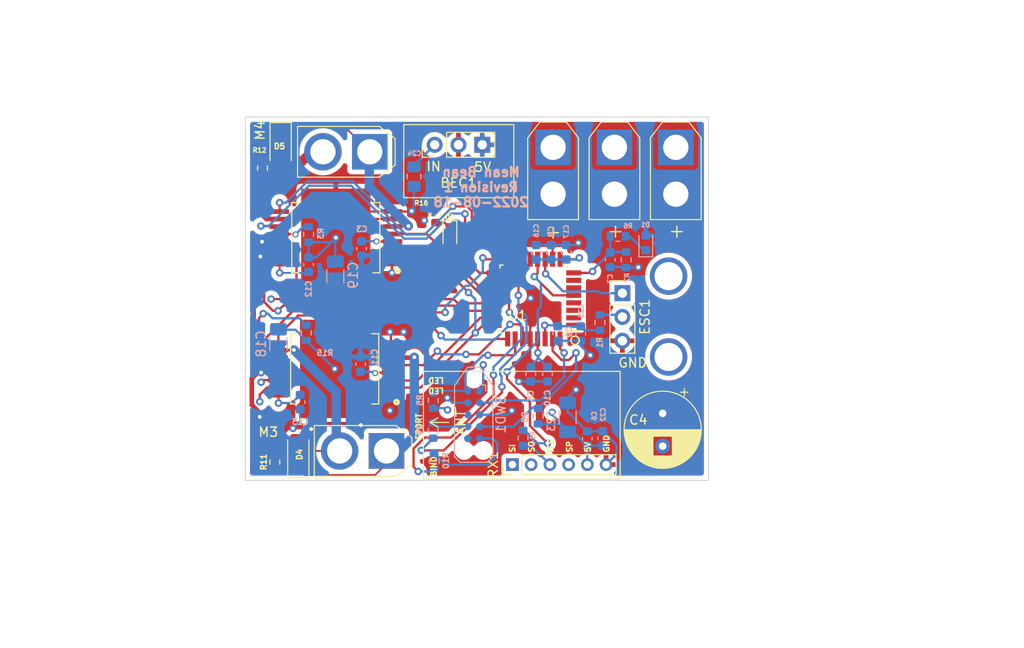
<source format=kicad_pcb>
(kicad_pcb (version 20211014) (generator pcbnew)
  (layers (0 "F.Cu" power) (1 "In1.Cu" signal) (2 "In2.Cu" signal) (31 "B.Cu" signal) (34 "B.Paste" user) (35 "F.Paste" user) (36 "B.SilkS" user "B.Silkscreen") (37 "F.SilkS" user "F.Silkscreen") (38 "B.Mask" user) (39 "F.Mask" user) (44 "Edge.Cuts" user))
  (net 0 "")
  (net 1 "5V")
  (net 2 "BATT")
  (net 3 "GND")
  (net 4 "FTDI_RXI")
  (net 5 "FTDI_TXO")
  (net 6 "EN4")
  (net 7 "SWDIO")
  (net 8 "RX_FPORT_RX_SERCOM0")
  (net 9 "EN3")
  (net 10 "DSHOT_SERCOM2")
  (net 11 "Net-(ESC1-Pad2)")
  (net 12 "OUT3_P")
  (net 13 "OUT3_N")
  (net 14 "OUT4_P")
  (net 15 "OUT4_N")
  (net 16 "DIR1")
  (net 17 "DIR2")
  (net 18 "DIR3")
  (net 19 "DIR4")
  (net 20 "EN1")
  (net 21 "EN2")
  (net 22 "V_BATT_SENSE")
  (net 23 "PWM1")
  (net 24 "PWM3")
  (net 25 "PWM4")
  (net 26 "CS4")
  (net 27 "MOSI")
  (net 28 "SCK")
  (net 30 "MISO")
  (net 31 "CS3")
  (net 32 "CS2")
  (net 33 "SWCLK")
  (net 34 "RESET")
  (net 35 "Net-(D1-Pad1)")
  (net 36 "Net-(D4-Pad2)")
  (net 37 "Net-(D5-Pad2)")
  (net 41 "FTDI_TXO_CONN")
  (net 42 "FTDI_RXI_CONN")
  (net 43 "Net-(R14-Pad2)")
  (net 44 "/Channel4/ChargePump")
  (net 45 "/Channel3/ChargePump")
  (net 46 "/Channel4/RefCurrent")
  (net 47 "/Channel3/RefCurrent")
  (net 48 "/VCORE")
  (net 49 "Net-(D2-Pad1)")
  (footprint "Connector_AMASS:AMASS_XT30U-F_1x02_P5.0mm_Vertical" (layer "F.Cu") (at 122.516 89.21 180)
    (fp_text reference "M3")
    (fp_text value "Screw_Terminal_01x02")
  )
  (footprint "PowerSO-16:IC_VND5T016ASPTR-E_wider_pads_scooted_0.05" (layer "F.Cu") (at 117.106 66.45 180)
    (fp_text reference "U5" hide)
    (fp_text value "L9958")
  )
  (footprint "Connector_PinHeader_2.54mm:PinHeader_1x03_P2.54mm_Vertical" (layer "F.Cu") (at 147.7 72.37)
    (fp_text reference "ESC1")
    (fp_text value "BEC")
  )
  (footprint "Resistor_SMD:R_0603_1608Metric" (layer "F.Cu") (at 110.6 90.4 -90)
    (fp_text reference "R11")
    (fp_text value "1.6k 1%")
  )
  (footprint "Resistor_SMD:R_0603_1608Metric" (layer "F.Cu") (at 109.276 59.01 -90)
    (fp_text reference "R12")
    (fp_text value "1.6k 1%")
  )
  (footprint "Connector_PinHeader_2.00mm:PinHeader_1x06_P2.00mm_Vertical" (layer "F.Cu") (at 135.96 90.67 90)
    (fp_text reference "RX1")
    (fp_text value "RX")
  )
  (footprint "LED_SMD:LED_0603_1608Metric_Pad1.05x0.95mm_HandSolder" (layer "F.Cu") (at 129.286 66.294 -90)
    (fp_text reference "D2")
    (fp_text value "LED")
  )
  (footprint "Connector_PinHeader_2.54mm:PinHeader_1x03_P2.54mm_Vertical" (layer "F.Cu") (at 127.66 56.525 90)
    (fp_text reference "BEC1")
    (fp_text value "BEC")
  )
  (footprint "Connector_AMASS:AMASS_XT30U-M_1x02_P5.0mm_Vertical" (layer "F.Cu") (at 146.85 56.8 -90)
    (fp_text reference "J1" hide)
    (fp_text value "Screw_Terminal_01x02")
  )
  (footprint "Resistor_SMD:R_0603_1608Metric" (layer "F.Cu") (at 127.762 64.008 -90)
    (fp_text reference "R16")
    (fp_text value "330")
  )
  (footprint "PowerSO-16:IC_VND5T016ASPTR-E_wider_pads_scooted_0.05" (layer "F.Cu") (at 116.986 80.45 180)
    (fp_text reference "U4" hide)
    (fp_text value "L9958")
  )
  (footprint "Package_QFP:TQFP-32_7x7mm_P0.8mm" (layer "F.Cu") (at 138.25 73 180)
    (fp_text reference "U1")
    (fp_text value "PIC32CM6408MC00032-I/PT" hide)
  )
  (footprint "Connector_AMASS:AMASS_XT30U-M_1x02_P5.0mm_Vertical" (layer "F.Cu") (at 140.3 56.8 -90)
    (fp_text reference "BATT1" hide)
    (fp_text value "Screw_Terminal_01x02" hide)
  )
  (footprint "LED_SMD:LED_1206_3216Metric_Pad1.42x1.75mm_HandSolder" (layer "F.Cu") (at 113.1 89.6125 90)
    (fp_text reference "D4")
    (fp_text value "LED_Dual_Bidirectional")
  )
  (footprint "Connector_AMASS:AMASS_XT30U-M_1x02_P5.0mm_Vertical" (layer "F.Cu") (at 153.4 56.8 -90)
    (fp_text reference "J2" hide)
    (fp_text value "Screw_Terminal_01x02")
  )
  (footprint "Connector_AMASS:AMASS_XT30U-F_1x02_P5.0mm_Vertical" (layer "F.Cu") (at 120.731 57.275 180)
    (fp_text reference "M4")
    (fp_text value "Screw_Terminal_01x02")
  )
  (footprint "LED_SMD:LED_1206_3216Metric_Pad1.42x1.75mm_HandSolder" (layer "F.Cu") (at 111.216 56.6125 -90)
    (fp_text reference "D5")
    (fp_text value "LED_Dual_Bidirectional")
  )
  (footprint "Capacitor_THT:CP_Radial_D8.0mm_P3.50mm" (layer "F.Cu") (at 152 85.2 -90)
    (fp_text reference "C4")
    (fp_text value "220uF")
  )
  (footprint "Resistor_SMD:R_0603_1608Metric" (layer "B.Cu") (at 127.5 87.025 90)
    (fp_text reference "R9")
    (fp_text value "10k")
  )
  (footprint "Resistor_SMD:R_0603_1608Metric" (layer "B.Cu") (at 147.225 66.3 180)
    (fp_text reference "R6")
    (fp_text value "10k 1%" hide)
  )
  (footprint "Resistor_SMD:R_0603_1608Metric" (layer "B.Cu") (at 138.7 85.5 90)
    (fp_text reference "R8")
    (fp_text value "1k 1%")
  )
  (footprint "Resistor_SMD:R_0603_1608Metric" (layer "B.Cu") (at 127.508 83.82 -90)
    (fp_text reference "R5")
    (fp_text value "10k 1%")
  )
  (footprint "Capacitor_SMD:C_0603_1608Metric" (layer "B.Cu") (at 146.4 68.8 -90)
    (fp_text reference "C7")
    (fp_text value "0.1uF")
  )
  (footprint "Resistor_SMD:R_0603_1608Metric" (layer "B.Cu") (at 145.3 75.5 -90)
    (fp_text reference "R1")
    (fp_text value "0")
  )
  (footprint "Capacitor_SMD:C_0603_1608Metric" (layer "B.Cu") (at 140.1 68 90)
    (fp_text reference "C8")
    (fp_text value "0.1uF")
  )
  (footprint "Capacitor_SMD:C_1206_3216Metric_Pad1.33x1.80mm_HandSolder" (layer "B.Cu") (at 141.85 85.625 -90)
    (fp_text reference "C23")
    (fp_text value "10uF")
  )
  (footprint "Capacitor_SMD:C_0805_2012Metric_Pad1.18x1.45mm_HandSolder" (layer "B.Cu") (at 125.45 59.925 -90)
    (fp_text reference "C24")
    (fp_text value "22uF")
  )
  (footprint "Capacitor_SMD:C_0603_1608Metric" (layer "B.Cu") (at 139.7 81.026 -90)
    (fp_text reference "C10")
    (fp_text value "1.0uF")
  )
  (footprint "Resistor_SMD:R_0603_1608Metric" (layer "B.Cu") (at 114.2 66.1 -90)
    (fp_text reference "R3")
    (fp_text value "10k 1%")
  )
  (footprint "Capacitor_SMD:C_0603_1608Metric" (layer "B.Cu") (at 143.256 76.695 -90)
    (fp_text reference "C25")
    (fp_text value "1uF")
  )
  (footprint "Capacitor_SMD:C_0603_1608Metric" (layer "B.Cu") (at 143.95 87.9 -90)
    (fp_text reference "C6")
    (fp_text value "0.1uF")
  )
  (footprint "Capacitor_SMD:C_0603_1608Metric" (layer "B.Cu") (at 140.8 76.675 -90)
    (fp_text reference "C9")
    (fp_text value "1uF")
  )
  (footprint "Capacitor_SMD:C_0603_1608Metric" (layer "B.Cu") (at 119.85 67.6 -90)
    (fp_text reference "C3")
    (fp_text value "0.1uF")
  )
  (footprint "Capacitor_SMD:C_1206_3216Metric_Pad1.33x1.80mm_HandSolder" (layer "B.Cu") (at 110.975 77.7875 -90)
    (fp_text reference "C18")
    (fp_text value "10uF")
  )
  (footprint "Capacitor_SMD:C_0603_1608Metric" (layer "B.Cu") (at 138.5 68 -90)
    (fp_text reference "C16")
    (fp_text value "1uF")
  )
  (footprint "Resistor_SMD:R_0603_1608Metric" (layer "B.Cu") (at 137.1 87.825 -90)
    (fp_text reference "R14")
    (fp_text value "?k 1%")
  )
  (footprint "Capacitor_SMD:C_0603_1608Metric" (layer "B.Cu") (at 141.7 68 -90)
    (fp_text reference "C17")
    (fp_text value "0.1uF")
  )
  (footprint "Capacitor_SMD:C_0603_1608Metric" (layer "B.Cu") (at 145.6 87.875 -90)
    (fp_text reference "C22")
    (fp_text value "1uF")
  )
  (footprint "Capacitor_SMD:C_0603_1608Metric" (layer "B.Cu") (at 137.922 81.026 -90)
    (fp_text reference "C5")
    (fp_text value "0.1uF")
  )
  (footprint "Capacitor_SMD:C_0603_1608Metric" (layer "B.Cu") (at 119.75 79.95 90)
    (fp_text reference "C11")
    (fp_text value "0.1uF")
  )
  (footprint "Capacitor_SMD:C_0603_1608Metric" (layer "B.Cu") (at 113.3 84 -90)
    (fp_text reference "C13")
    (fp_text value "0.1uF")
  )
  (footprint "Capacitor_SMD:C_1206_3216Metric_Pad1.33x1.80mm_HandSolder" (layer "B.Cu") (at 117.05 70.55 -90)
    (fp_text reference "C19")
    (fp_text value "10uF")
  )
  (footprint "Capacitor_SMD:C_0603_1608Metric" (layer "B.Cu") (at 114.2 69.325 90)
    (fp_text reference "C12")
    (fp_text value "0.1uF")
  )
  (footprint "Resistor_SMD:R_0603_1608Metric" (layer "B.Cu") (at 127.6 90.3 90)
    (fp_text reference "R10")
    (fp_text value "10k")
  )
  (footprint "Diode_SMD:D_0603_1608Metric" (layer "B.Cu") (at 150.2 67 90)
    (fp_text reference "D1")
    (fp_text value "D")
  )
  (footprint "Resistor_SMD:R_0603_1608Metric" (layer "B.Cu") (at 148.1 68.8 -90)
    (fp_text reference "R7")
    (fp_text value "10k 1%" hide)
  )
  (footprint "Connector:Tag-Connect_TC2050-IDC-NL_2x05_P1.27mm_Vertical" (layer "B.Cu") (at 131.826 85.344 -90)
    (fp_text reference "SWD1")
    (fp_text value "Connector:Tag-Connect_TC2050-IDC-NL_2x05_P1.27mm_Vertical")
  )
  (footprint "Resistor_SMD:R_0603_1608Metric" (layer "B.Cu") (at 113.95 76.6 -90)
    (fp_text reference "R15")
    (fp_text value "10k 1%")
  )
  (gr_circle (center 142.647213 77.4) (end 142.247213 77.6) (layer "F.SilkS") (width 0.15) (fill none))
  (gr_rect (start 107.442 53.575) (end 156.896 92.35) (layer "Edge.Cuts") (width 0.1) (fill none))
  (gr_text "Mean Bean\nRevision 1\n2022-08-18" (at 132.6 61.05) (layer "B.SilkS") (effects (font (size 1 1) (thickness 0.25)) (justify mirror)))
  (gr_text "5V" (at 132.775 58.9) (layer "F.SilkS") (effects (font (size 1 1))))
  (gr_text "IN" (at 127.55 58.85) (layer "F.SilkS") (effects (font (size 1 1))))
  (gr_text "GND" (at 148.8 79.8) (layer "F.SilkS") (effects (font (size 1 1))))
  (gr_text "FPORT" (at 125.984 86.614 90) (layer "F.SilkS") (effects (font (size 0.6 0.6))))
  (segment (start 139.45 77.25) (end 139.45 75.85) (width 0.25) (layer "F.Cu") (net 1))
  (segment (start 141.05 68.75) (end 142.95 68.75) (width 0.25) (layer "F.Cu") (net 1))
  (segment (start 142.95 68.75) (end 143.1 68.6) (width 0.25) (layer "F.Cu") (net 1))
  (segment (start 139.45 75.85) (end 139.4 75.8) (width 0.25) (layer "F.Cu") (net 1))
  (segment (start 111.106 69.25) (end 111.106 70.2) (width 0.2) (layer "F.Cu") (net 1))
  (segment (start 110.986 83.25) (end 110.986 84.1005) (width 0.25) (layer "F.Cu") (net 1))
  (via (at 132.842 80.01) (size 0.8) (drill 0.4) (layers "F.Cu" "B.Cu") (net 1))
  (via (at 129.032 84.836) (size 0.8) (drill 0.4) (layers "F.Cu" "B.Cu") (net 1))
  (via (at 143.1 68.6) (size 0.8) (drill 0.4) (layers "F.Cu" "B.Cu") (net 1))
  (via (at 140.208 85.09) (size 0.8) (drill 0.4) (layers "F.Cu" "B.Cu") (net 1))
  (via (at 111.106 70.2) (size 0.8) (drill 0.4) (layers "F.Cu" "B.Cu") (net 1))
  (via (at 139.4 75.8) (size 0.8) (drill 0.4) (layers "F.Cu" "B.Cu") (net 1))
  (via (at 110.986 84.1005) (size 0.8) (drill 0.4) (layers "F.Cu" "B.Cu") (net 1))
  (segment (start 132.461 82.804) (end 132.842 82.423) (width 0.25) (layer "B.Cu") (net 1))
  (segment (start 140.8 75.9) (end 143.236 75.9) (width 0.25) (layer "B.Cu") (net 1))
  (segment (start 128.841 84.645) (end 129.032 84.836) (width 0.25) (layer "B.Cu") (net 1))
  (segment (start 139.4 75.8) (end 140.7 75.8) (width 0.25) (layer "B.Cu") (net 1))
  (segment (start 110.986 84.1005) (end 112.4245 84.1005) (width 0.25) (layer "B.Cu") (net 1))
  (segment (start 112.4245 84.1005) (end 113.3 83.225) (width 0.25) (layer "B.Cu") (net 1))
  (segment (start 140.208 85.344) (end 140.208 85.09) (width 0.25) (layer "B.Cu") (net 1))
  (segment (start 142.925 68.775) (end 143.1 68.6) (width 0.25) (layer "B.Cu") (net 1))
  (segment (start 145.6 88.65) (end 143.975 88.65) (width 0.25) (layer "B.Cu") (net 1))
  (segment (start 142.4625 87.1875) (end 143.95 88.675) (width 0.25) (layer "B.Cu") (net 1))
  (segment (start 143.95 88.675) (end 143.95 90.66) (width 0.25) (layer "B.Cu") (net 1))
  (segment (start 141.85 86.986) (end 140.208 85.344) (width 0.25) (layer "B.Cu") (net 1))
  (segment (start 132.842 82.423) (end 132.842 80.01) (width 0.25) (layer "B.Cu") (net 1))
  (segment (start 138.7 86.325) (end 141.189 86.325) (width 0.25) (layer "B.Cu") (net 1))
  (segment (start 138.5 68.775) (end 141.7 68.775) (width 0.25) (layer "B.Cu") (net 1))
  (segment (start 141.7 68.775) (end 142.925 68.775) (width 0.25) (layer "B.Cu") (net 1))
  (segment (start 143.256 75.92) (end 143.661 76.325) (width 0.25) (layer "B.Cu") (net 1))
  (segment (start 143.661 76.325) (end 145.6 76.325) (width 0.25) (layer "B.Cu") (net 1))
  (segment (start 127.508 84.645) (end 128.841 84.645) (width 0.25) (layer "B.Cu") (net 1))
  (segment (start 141.189 86.325) (end 141.85 86.986) (width 0.25) (layer "B.Cu") (net 1))
  (segment (start 111.106 70.2) (end 114.1 70.2) (width 0.2) (layer "B.Cu") (net 1))
  (segment (start 125.45 58.735) (end 127.66 56.525) (width 0.25) (layer "B.Cu") (net 1))
  (segment (start 114.475 86.875) (end 115.055 86.875) (width 0.5) (layer "F.Cu") (net 2))
  (segment (start 108.525 69.031) (end 108.525 73.15) (width 0.5) (layer "F.Cu") (net 2))
  (segment (start 109.131 80.85) (end 108.755767 80.85) (width 0.5) (layer "F.Cu") (net 2))
  (segment (start 115.57 86.36) (end 119.685 86.36) (width 0.5) (layer "F.Cu") (net 2))
  (segment (start 109.231 66.875) (end 111.081 66.875) (width 0.5) (layer "F.Cu") (net 2))
  (segment (start 109.231 68.325) (end 108.525 69.031) (width 0.5) (layer "F.Cu") (net 2))
  (segment (start 108.755767 80.85) (end 108.136 81.469767) (width 0.5) (layer "F.Cu") (net 2))
  (segment (start 119.685 86.36) (end 119.775 86.45) (width 0.5) (layer "F.Cu") (net 2))
  (segment (start 108.525 73.15) (end 108.325 73.35) (width 0.5) (layer "F.Cu") (net 2))
  (segment (start 115.055 86.875) (end 115.57 86.36) (width 0.5) (layer "F.Cu") (net 2))
  (segment (start 109.231 66.875) (end 109.231 68.325) (width 0.5) (layer "F.Cu") (net 2))
  (segment (start 108.981 85.147082) (end 108.981 85.575) (width 0.5) (layer "F.Cu") (net 2))
  (segment (start 109.131 80.85) (end 108.781 80.85) (width 0.5) (layer "F.Cu") (net 2))
  (segment (start 108.325 80.044) (end 109.131 80.85) (width 0.5) (layer "F.Cu") (net 2))
  (segment (start 109.131 80.85) (end 110.926 80.85) (width 0.4) (layer "F.Cu") (net 2))
  (segment (start 108.325 73.35) (end 108.325 80.044) (width 0.5) (layer "F.Cu") (net 2))
  (segment (start 108.136 84.302082) (end 108.981 85.147082) (width 0.5) (layer "F.Cu") (net 2))
  (segment (start 108.136 81.469767) (end 108.136 84.302082) (width 0.5) (layer "F.Cu") (net 2))
  (via (at 114.475 86.875) (size 0.8) (drill 0.4) (layers "F.Cu" "B.Cu") (net 2))
  (via (at 109.05 68.45) (size 0.8) (drill 0.4) (layers "F.Cu" "B.Cu") (net 2))
  (via (at 108.981 85.575) (size 0.8) (drill 0.4) (layers "F.Cu" "B.Cu") (net 2))
  (via (at 109.131 80.85) (size 0.8) (drill 0.4) (layers "F.Cu" "B.Cu") (net 2))
  (via (at 119.775 86.45) (size 0.8) (drill 0.4) (layers "F.Cu" "B.Cu") (net 2))
  (via (at 109.231 66.875) (size 0.8) (drill 0.4) (layers "F.Cu" "B.Cu") (net 2))
  (segment (start 150.2 66.2125) (end 150.2 64.6) (width 0.25) (layer "B.Cu") (net 2))
  (segment (start 109.156 70.106) (end 111.1625 72.1125) (width 0.5) (layer "B.Cu") (net 2))
  (segment (start 108.981 86.431) (end 110.55 88) (width 0.5) (layer "B.Cu") (net 2))
  (segment (start 109.156 68.4) (end 109.156 70.106) (width 0.5) (layer "B.Cu") (net 2))
  (segment (start 111.1625 72.1125) (end 117.05 72.1125) (width 0.5) (layer "B.Cu") (net 2))
  (segment (start 108.981 85.575) (end 108.981 86.431) (width 0.5) (layer "B.Cu") (net 2))
  (segment (start 110.55 88) (end 113.35 88) (width 0.5) (layer "B.Cu") (net 2))
  (segment (start 150.2 64.6) (end 147.4 61.8) (width 0.25) (layer "B.Cu") (net 2))
  (segment (start 113.35 88) (end 114.475 86.875) (width 0.5) (layer "B.Cu") (net 2))
  (segment (start 109.131 80.85) (end 110.631 79.35) (width 0.25) (layer "B.Cu") (net 2))
  (segment (start 109.231 66.875) (end 109.775 66.875) (width 0.5) (layer "B.Cu") (net 2))
  (segment (start 125.206 63.6) (end 125.556 63.6) (width 0.25) (layer "F.Cu") (net 3))
  (segment (start 123.486 77.65) (end 123.486 78.45) (width 0.25) (layer "F.Cu") (net 3))
  (segment (start 137.85 77.25) (end 137.85 80.59) (width 0.25) (layer "F.Cu") (net 3))
  (segment (start 140.25 68.75) (end 140.25 67.05) (width 0.25) (layer "F.Cu") (net 3))
  (segment (start 119.906 69.25) (end 123.106 69.25) (width 0.25) (layer "F.Cu") (net 3))
  (segment (start 137.85 77.25) (end 137.85 72.95) (width 0.25) (layer "F.Cu") (net 3))
  (segment (start 125.556 63.6) (end 126.556 64.6) (width 0.25) (layer "F.Cu") (net 3))
  (segment (start 122.986 83.25) (end 122.986 84.8) (width 0.25) (layer "F.Cu") (net 3))
  (segment (start 123.486 77.65) (end 120.286 77.65) (width 0.25) (layer "F.Cu") (net 3))
  (segment (start 125.156 63.65) (end 125.206 63.6) (width 0.25) (layer "F.Cu") (net 3))
  (segment (start 123.106 69.25) (end 123.106 70.2) (width 0.25) (layer "F.Cu") (net 3))
  (segment (start 122.986 84.8) (end 122.886 84.9) (width 0.25) (layer "F.Cu") (net 3))
  (segment (start 122.886 76.5) (end 124.256 76.5) (width 0.25) (layer "F.Cu") (net 3))
  (segment (start 123.486 83.25) (end 120.286 83.25) (width 0.25) (layer "F.Cu") (net 3))
  (segment (start 137.85 72.95) (end 137.9 72.9) (width 0.25) (layer "F.Cu") (net 3))
  (segment (start 112.531 84.905) (end 116.986 80.45) (width 0.25) (layer "F.Cu") (net 3))
  (segment (start 122.986 76.6) (end 122.886 76.5) (width 0.25) (layer "F.Cu") (net 3))
  (segment (start 123.036 78.45) (end 118.986 78.45) (width 0.25) (layer "F.Cu") (net 3))
  (segment (start 137.85 80.59) (end 136.652 81.788) (width 0.25) (layer "F.Cu") (net 3))
  (segment (start 123.106 63.65) (end 125.156 63.65) (width 0.25) (layer "F.Cu") (net 3))
  (segment (start 112.531 86.8) (end 112.531 84.905) (width 0.25) (layer "F.Cu") (net 3))
  (segment (start 120.936 76.5) (end 116.986 80.45) (width 0.25) (layer "F.Cu") (net 3))
  (segment (start 122.886 76.5) (end 120.936 76.5) (width 0.25) (layer "F.Cu") (net 3))
  (segment (start 122.986 77.65) (end 122.986 76.6) (width 0.25) (layer "F.Cu") (net 3))
  (segment (start 123.106 63.65) (end 123.106 64.45) (width 0.25) (layer "F.Cu") (net 3))
  (segment (start 123.106 64.45) (end 119.106 64.45) (width 0.25) (layer "F.Cu") (net 3))
  (segment (start 123.156 63.65) (end 119.906 63.65) (width 0.25) (layer "F.Cu") (net 3))
  (via (at 137.9 72.9) (size 0.8) (drill 0.4) (layers "F.Cu" "B.Cu") (net 3))
  (via (at 129 83.5285) (size 0.8) (drill 0.4) (layers "F.Cu" "B.Cu") (net 3))
  (via (at 136.652 81.788) (size 0.8) (drill 0.4) (layers "F.Cu" "B.Cu") (net 3))
  (via (at 142.75 82.675) (size 0.8) (drill 0.4) (layers "F.Cu" "B.Cu") (net 3))
  (via (at 124.35 76.5) (size 0.8) (drill 0.4) (layers "F.Cu" "B.Cu") (net 3))
  (via (at 144.272 78.994) (size 0.8) (drill 0.4) (layers "F.Cu" "B.Cu") (net 3))
  (via (at 116.986 80.45) (size 0.8) (drill 0.4) (layers "F.Cu" "B.Cu") (net 3))
  (via (at 117.106 66.45) (size 0.8) (drill 0.4) (layers "F.Cu" "B.Cu") (net 3))
  (via (at 143 67) (size 0.8) (drill 0.4) (layers "F.Cu" "B.Cu") (net 3))
  (via (at 123.106 70.2) (size 0.8) (drill 0.4) (layers "F.Cu" "B.Cu") (net 3))
  (via (at 122.886 84.9) (size 0.8) (drill 0.4) (layers "F.Cu" "B.Cu") (net 3))
  (via (at 112.531 86.8) (size 0.8) (drill 0.4) (layers "F.Cu" "B.Cu") (net 3))
  (via (at 126.556 64.6) (size 0.8) (drill 0.4) (layers "F.Cu" "B.Cu") (net 3))
  (via (at 135.9 84.9) (size 0.8) (drill 0.4) (layers "F.Cu" "B.Cu") (net 3))
  (via (at 122.886 76.5) (size 0.8) (drill 0.4) (layers "F.Cu" "B.Cu") (net 3))
  (via (at 149.4 69.6) (size 0.8) (drill 0.4) (layers "F.Cu" "B.Cu") (net 3))
  (via (at 125.206 63.6) (size 0.8) (drill 0.4) (layers "F.Cu" "B.Cu") (net 3))
  (segment (start 141.7 67.225) (end 142.775 67.225) (width 0.25) (layer "B.Cu") (net 3))
  (segment (start 115.006 68.55) (end 117.106 66.45) (width 0.25) (layer "B.Cu") (net 3))
  (segment (start 140.8 77.45) (end 142.728 77.45) (width 0.25) (layer "B.Cu") (net 3))
  (segment (start 147.066 88.566) (end 147.066 89.564) (width 0.25) (layer "B.Cu") (net 3))
  (segment (start 114.2 68.55) (end 115.006 68.55) (width 0.25) (layer "B.Cu") (net 3))
  (segment (start 141.7 67.225) (end 138.5 67.225) (width 0.25) (layer "B.Cu") (net 3))
  (segment (start 141.85 84.0625) (end 141.85 85.025) (width 0.25) (layer "B.Cu") (net 3))
  (segment (start 141.85 85.025) (end 143.95 87.125) (width 0.25) (layer "B.Cu") (net 3))
  (segment (start 143.95 87.125) (end 145.575 87.125) (width 0.25) (layer "B.Cu") (net 3))
  (segment (start 142.775 67.225) (end 143 67) (width 0.25) (layer "B.Cu") (net 3))
  (segment (start 147.066 89.564) (end 145.96 90.67) (width 0.25) (layer "B.Cu") (net 3))
  (segment (start 125.45 60.9625) (end 125.45 63.356) (width 0.25) (layer "B.Cu") (net 3))
  (segment (start 146.4 69.575) (end 148.05 69.575) (width 0.25) (layer "B.Cu") (net 3))
  (segment (start 143.256 77.47) (end 143.256 77.978) (width 0.25) (layer "B.Cu") (net 3))
  (segment (start 132.461 85.344) (end 135.456 85.344) (width 0.25) (layer "B.Cu") (net 3))
  (segment (start 143.256 77.978) (end 144.272 78.994) (width 0.25) (layer "B.Cu") (net 3))
  (segment (start 140.8 77.45) (end 143.236 77.45) (width 0.25) (layer "B.Cu") (net 3))
  (segment (start 135.456 85.344) (end 135.9 84.9) (width 0.25) (layer "B.Cu") (net 3))
  (segment (start 145.6 87.1) (end 147.066 88.566) (width 0.25) (layer "B.Cu") (net 3))
  (segment (start 114.2 68.55) (end 114.2 66.925) (width 0.25) (layer "B.Cu") (net 3))
  (segment (start 149.375 69.625) (end 149.4 69.6) (width 0.25) (layer "B.Cu") (net 3))
  (segment (start 117.05 66.506) (end 117.106 66.45) (width 0.25) (layer "B.Cu") (net 3))
  (segment (start 113.961 77.425) (end 116.986 80.45) (width 0.25) (layer "B.Cu") (net 3))
  (segment (start 112.8 76.275) (end 113.95 77.425) (width 0.25) (layer "B.Cu") (net 3))
  (segment (start 137.922 81.801) (end 139.7 81.801) (width 0.25) (layer "B.Cu") (net 3))
  (segment (start 114.2 66.925) (end 116.631 66.925) (width 0.25) (layer "B.Cu") (net 3))
  (segment (start 113.3 86.031) (end 112.531 86.8) (width 0.25) (layer "B.Cu") (net 3))
  (segment (start 148.1 69.625) (end 149.375 69.625) (width 0.25) (layer "B.Cu") (net 3))
  (segment (start 111.025 76.275) (end 112.8 76.275) (width 0.25) (layer "B.Cu") (net 3))
  (segment (start 141.85 83.575) (end 142.75 82.675) (width 0.25) (layer "B.Cu") (net 3))
  (segment (start 129.5455 84.074) (end 129 83.5285) (width 0.25) (layer "B.Cu") (net 3))
  (segment (start 116.631 66.925) (end 117.106 66.45) (width 0.25) (layer "B.Cu") (net 3))
  (segment (start 125.45 63.356) (end 125.206 63.6) (width 0.25) (layer "B.Cu") (net 3))
  (segment (start 131.191 84.074) (end 129.5455 84.074) (width 0.25) (layer "B.Cu") (net 3))
  (segment (start 136.652 81.788) (end 137.909 81.788) (width 0.25) (layer "B.Cu") (net 3))
  (segment (start 117.05 68.9875) (end 117.05 66.506) (width 0.25) (layer "B.Cu") (net 3))
  (segment (start 113.3 84.775) (end 113.3 86.031) (width 0.25) (layer "B.Cu") (net 3))
  (segment (start 126.238 89.154) (end 128.646 89.154) (width 0.25) (layer "F.Cu") (net 4))
  (segment (start 136.6 71.576) (end 135.224 70.2) (width 0.25) (layer "F.Cu") (net 4))
  (segment (start 128.646 89.154) (end 134.8365 82.9635) (width 0.25) (layer "F.Cu") (net 4))
  (segment (start 135.224 70.2) (end 134 70.2) (width 0.25) (layer "F.Cu") (net 4))
  (segment (start 132.43 70.2) (end 134 70.2) (width 0.25) (layer "F.Cu") (net 4))
  (segment (start 134.8365 82.9635) (end 134.8365 82.357) (width 0.25) (layer "F.Cu") (net 4))
  (segment (start 129.399 67.169) (end 132.43 70.2) (width 0.25) (layer "F.Cu") (net 4))
  (segment (start 136.6 72.6) (end 136.6 71.576) (width 0.25) (layer "F.Cu") (net 4))
  (via (at 134.8365 82.357) (size 0.8) (drill 0.4) (layers "F.Cu" "B.Cu") (net 4))
  (via (at 126.238 89.154) (size 0.8) (drill 0.4) (layers "F.Cu" "B.Cu") (net 4))
  (via (at 136.6 72.6) (size 0.8) (drill 0.4) (layers "F.Cu" "B.Cu") (net 4))
  (segment (start 126.238 89.112) (end 127.5 87.85) (width 0.25) (layer "B.Cu") (net 4))
  (segment (start 134.8365 82.357) (end 134.8 82.3205) (width 0.25) (layer "B.Cu") (net 4))
  (segment (start 134.657 81.072305) (end 134.657 80.471695) (width 0.25) (layer "B.Cu") (net 4))
  (segment (start 137.464347 77.664347) (end 137.464347 74.835653) (width 0.25) (layer "B.Cu") (net 4))
  (segment (start 134.657 80.471695) (end 137.464347 77.664347) (width 0.25) (layer "B.Cu") (net 4))
  (segment (start 136.6 72.6) (end 136.6 73.971306) (width 0.25) (layer "B.Cu") (net 4))
  (segment (start 136.6 73.971306) (end 137.464347 74.835653) (width 0.25) (layer "B.Cu") (net 4))
  (segment (start 134.8 81.215305) (end 134.657 81.072305) (width 0.25) (layer "B.Cu") (net 4))
  (segment (start 126.238 89.154) (end 126.238 89.112) (width 0.25) (layer "B.Cu") (net 4))
  (segment (start 134.8 82.3205) (end 134.8 81.215305) (width 0.25) (layer "B.Cu") (net 4))
  (segment (start 125.4 88.966695) (end 126.584893 87.781802) (width 0.25) (layer "F.Cu") (net 5))
  (segment (start 126.584893 87.781802) (end 129.381802 87.781802) (width 0.25) (layer "F.Cu") (net 5))
  (segment (start 135.6 74.386) (end 135.636 74.422) (width 0.25) (layer "F.Cu") (net 5))
  (segment (start 135.215305 71) (end 135.6 71.384695) (width 0.25) (layer "F.Cu") (net 5))
  (segment (start 133.9325 83.231104) (end 133.9325 81.112) (width 0.25) (layer "F.Cu") (net 5))
  (segment (start 134 71) (end 135.215305 71) (width 0.25) (layer "F.Cu") (net 5))
  (segment (start 125.4 90.9) (end 125.4 88.966695) (width 0.25) (layer "F.Cu") (net 5))
  (segment (start 125.9 91.4) (end 125.4 90.9) (width 0.25) (layer "F.Cu") (net 5))
  (segment (start 129.381802 87.781802) (end 133.9325 83.231104) (width 0.25) (layer "F.Cu") (net 5))
  (segment (start 135.6 71.384695) (end 135.6 74.386) (width 0.25) (layer "F.Cu") (net 5))
  (via (at 133.9325 81.112) (size 0.8) (drill 0.4) (layers "F.Cu" "B.Cu") (net 5))
  (via (at 135.636 74.422) (size 0.8) (drill 0.4) (layers "F.Cu" "B.Cu") (net 5))
  (via (at 125.9 91.4) (size 0.8) (drill 0.4) (layers "F.Cu" "B.Cu") (net 5))
  (segment (start 127.325 91.4) (end 127.6 91.125) (width 0.25) (layer "B.Cu") (net 5))
  (segment (start 136.9 75.686) (end 135.636 74.422) (width 0.25) (layer "B.Cu") (net 5))
  (segment (start 136.9 77.3) (end 136.9 75.686) (width 0.25) (layer "B.Cu") (net 5))
  (segment (start 133.9325 80.2675) (end 136.9 77.3) (width 0.25) (layer "B.Cu") (net 5))
  (segment (start 125.9 91.4) (end 127.325 91.4) (width 0.25) (layer "B.Cu") (net 5))
  (segment (start 133.9325 81.112) (end 133.9325 80.2675) (width 0.25) (layer "B.Cu") (net 5))
  (segment (start 133.55 66.65) (end 135.711396 66.65) (width 0.25) (layer "F.Cu") (net 6))
  (segment (start 131.125305 63.1) (end 131.625 63.599695) (width 0.25) (layer "F.Cu") (net 6))
  (segment (start 129.6 63.1) (end 131.125305 63.1) (width 0.25) (layer "F.Cu") (net 6))
  (segment (start 111.106 62.7) (end 111.106 63.65) (width 0.25) (layer "F.Cu") (net 6))
  (segment (start 131.625 64.725) (end 133.55 66.65) (width 0.25) (layer "F.Cu") (net 6))
  (segment (start 135.711396 66.65) (end 137.05 67.988604) (width 0.25) (layer "F.Cu") (net 6))
  (segment (start 131.625 63.599695) (end 131.625 64.725) (width 0.25) (layer "F.Cu") (net 6))
  (segment (start 137.05 67.988604) (end 137.05 68.75) (width 0.25) (layer "F.Cu") (net 6))
  (via (at 129.6 63.1) (size 0.8) (drill 0.4) (layers "F.Cu" "B.Cu") (net 6))
  (via (at 111.106 62.7) (size 0.8) (drill 0.4) (layers "F.Cu" "B.Cu") (net 6))
  (segment (start 118.9 60.410726) (end 124.589274 66.1) (width 0.25) (layer "B.Cu") (net 6))
  (segment (start 111.8 62.7) (end 114.1 60.4) (width 0.25) (layer "B.Cu") (net 6))
  (segment (start 124.589274 66.1) (end 126.6 66.1) (width 0.25) (layer "B.Cu") (net 6))
  (segment (start 111.106 62.7) (end 111.8 62.7) (width 0.25) (layer "B.Cu") (net 6))
  (segment (start 118.9 60.4) (end 118.9 60.410726) (width 0.25) (layer "B.Cu") (net 6))
  (segment (start 126.6 66.1) (end 129.6 63.1) (width 0.25) (layer "B.Cu") (net 6))
  (segment (start 114.1 60.4) (end 118.9 60.4) (width 0.25) (layer "B.Cu") (net 6))
  (segment (start 141.05 77.25) (end 141.05 78.312) (width 0.25) (layer "F.Cu") (net 7))
  (segment (start 141.05 78.312) (end 141.478 78.74) (width 0.25) (layer "F.Cu") (net 7))
  (via (at 141.478 78.74) (size 0.8) (drill 0.4) (layers "F.Cu" "B.Cu") (net 7))
  (segment (start 141.478 78.74) (end 141.478 81.275817) (width 0.25) (layer "B.Cu") (net 7))
  (segment (start 141.478 81.275817) (end 138.933817 83.82) (width 0.25) (layer "B.Cu") (net 7))
  (segment (start 133.604 84.074) (end 132.461 84.074) (width 0.25) (layer "B.Cu") (net 7))
  (segment (start 138.933817 83.82) (end 133.858 83.82) (width 0.25) (layer "B.Cu") (net 7))
  (segment (start 133.858 83.82) (end 133.604 84.074) (width 0.25) (layer "B.Cu") (net 7))
  (segment (start 138.65 70.25) (end 138.3 70.6) (width 0.25) (layer "F.Cu") (net 8))
  (segment (start 137.8265 86.5185) (end 139.7 88.392) (width 0.25) (layer "F.Cu") (net 8))
  (segment (start 135.382 80.772) (end 135.382 81.543305) (width 0.25) (layer "F.Cu") (net 8))
  (segment (start 142.5 72.6) (end 140.3 72.6) (width 0.25) (layer "F.Cu") (net 8))
  (segment (start 135.382 81.543305) (end 137.8265 83.987805) (width 0.25) (layer "F.Cu") (net 8))
  (segment (start 140.3 72.6) (end 138.3 70.6) (width 0.25) (layer "F.Cu") (net 8))
  (segment (start 138.65 68.75) (end 138.65 70.25) (width 0.25) (layer "F.Cu") (net 8))
  (segment (start 137.8265 83.987805) (end 137.8265 86.5185) (width 0.25) (layer "F.Cu") (net 8))
  (via (at 138.3 70.6) (size 0.8) (drill 0.4) (layers "F.Cu" "B.Cu") (net 8))
  (via (at 139.7 88.392) (size 0.8) (drill 0.4) (layers "F.Cu" "B.Cu") (net 8))
  (via (at 135.382 80.772) (size 0.8) (drill 0.4) (layers "F.Cu" "B.Cu") (net 8))
  (segment (start 138.492 88.392) (end 139.7 88.392) (width 0.25) (layer "B.Cu") (net 8))
  (segment (start 139 73.8) (end 139 71.3) (width 0.25) (layer "B.Cu") (net 8))
  (segment (start 138.7 77.454) (end 138.7 76.125305) (width 0.25) (layer "B.Cu") (net 8))
  (segment (start 137.1 87) (end 138.492 88.392) (width 0.25) (layer "B.Cu") (net 8))
  (segment (start 138.7 76.125305) (end 138.675 76.100305) (width 0.25) (layer "B.Cu") (net 8))
  (segment (start 135.382 80.772) (end 138.7 77.454) (width 0.25) (layer "B.Cu") (net 8))
  (segment (start 139 71.3) (end 138.3 70.6) (width 0.25) (layer "B.Cu") (net 8))
  (segment (start 138.675 74.125) (end 139 73.8) (width 0.25) (layer "B.Cu") (net 8))
  (segment (start 138.675 76.100305) (end 138.675 74.125) (width 0.25) (layer "B.Cu") (net 8))
  (segment (start 136.7 75.7) (end 137.05 76.05) (width 0.25) (layer "F.Cu") (net 9))
  (segment (start 126.18 74.75) (end 128.33 76.9) (width 0.25) (layer "F.Cu") (net 9))
  (segment (start 137.05 76.05) (end 137.05 77.25) (width 0.25) (layer "F.Cu") (net 9))
  (segment (start 113.086 74.75) (end 126.18 74.75) (width 0.25) (layer "F.Cu") (net 9))
  (segment (start 110.975 76.861) (end 113.086 74.75) (width 0.25) (layer "F.Cu") (net 9))
  (segment (start 110.975 77.639) (end 110.975 76.861) (width 0.25) (layer "F.Cu") (net 9))
  (segment (start 135.7 75.7) (end 136.7 75.7) (width 0.25) (layer "F.Cu") (net 9))
  (via (at 128.33 76.9) (size 0.8) (drill 0.4) (layers "F.Cu" "B.Cu") (net 9))
  (via (at 135.7 75.7) (size 0.8) (drill 0.4) (layers "F.Cu" "B.Cu") (net 9))
  (segment (start 134.075 77.325) (end 135.7 75.7) (width 0.25) (layer "B.Cu") (net 9))
  (segment (start 128.33 76.9) (end 128.755 77.325) (width 0.25) (layer "B.Cu") (net 9))
  (segment (start 128.755 77.325) (end 134.075 77.325) (width 0.25) (layer "B.Cu") (net 9))
  (segment (start 139.45 68.75) (end 139.45 70.25) (width 0.25) (layer "F.Cu") (net 10))
  (segment (start 139.45 70.25) (end 139.5 70.3) (width 0.25) (layer "F.Cu") (net 10))
  (via (at 139.5 70.3) (size 0.8) (drill 0.4) (layers "F.Cu" "B.Cu") (net 10))
  (segment (start 139.5 70.3) (end 141.375 72.175) (width 0.25) (layer "B.Cu") (net 10))
  (segment (start 147.7 72.37) (end 145.32 72.37) (width 0.25) (layer "B.Cu") (net 10))
  (segment (start 141.375 72.175) (end 145.125 72.175) (width 0.25) (layer "B.Cu") (net 10))
  (segment (start 145.32 72.37) (end 145.125 72.175) (width 0.25) (layer "B.Cu") (net 10))
  (segment (start 145.3 74.675) (end 147.465 74.675) (width 0.25) (layer "B.Cu") (net 11))
  (segment (start 113.785 91.785) (end 121.296 91.785) (width 0.2) (layer "F.Cu") (net 12))
  (segment (start 113.1 91.1) (end 113.785 91.785) (width 0.2) (layer "F.Cu") (net 12))
  (segment (start 121.296 91.785) (end 122.531 90.55) (width 0.2) (layer "F.Cu") (net 12))
  (segment (start 125.436 79.25) (end 125.486 79.2) (width 0.2) (layer "F.Cu") (net 12))
  (segment (start 123.486 79.25) (end 125.436 79.25) (width 0.5) (layer "F.Cu") (net 12))
  (via (at 125.486 79.2) (size 0.8) (drill 0.4) (layers "F.Cu" "B.Cu") (net 12))
  (segment (start 125.486 87.595) (end 125.486 79.2) (width 1) (layer "B.Cu") (net 12))
  (segment (start 122.531 90.55) (end 125.486 87.595) (width 1) (layer "B.Cu") (net 12))
  (segment (start 112.49 89.21) (end 117.516 89.21) (width 0.2) (layer "F.Cu") (net 13))
  (segment (start 112.606 78.45) (end 112.631 78.425) (width 0.25) (layer "F.Cu") (net 13))
  (segment (start 110.986 78.45) (end 112.606 78.45) (width 0.25) (layer "F.Cu") (net 13))
  (segment (start 110.986 78.45) (end 112.186 78.45) (width 0.25) (layer "F.Cu") (net 13))
  (segment (start 110.6 91.1) (end 112.49 89.21) (width 0.2) (layer "F.Cu") (net 13))
  (via (at 112.631 78.425) (size 0.8) (drill 0.4) (layers "F.Cu" "B.Cu") (net 13))
  (segment (start 112.631 78.425) (end 117.156 82.95) (width 1) (layer "B.Cu") (net 13))
  (segment (start 117.156 82.95) (end 117.156 90.175) (width 1) (layer "B.Cu") (net 13))
  (segment (start 111.971 54.37) (end 117.826 54.37) (width 0.2) (layer "F.Cu") (net 14))
  (segment (start 124.806 65.25) (end 124.856 65.2) (width 0.2) (layer "F.Cu") (net 14))
  (segment (start 117.826 54.37) (end 120.731 57.275) (width 0.2) (layer "F.Cu") (net 14))
  (segment (start 123.106 65.25) (end 124.806 65.25) (width 0.2) (layer "F.Cu") (net 14))
  (segment (start 111.216 55.125) (end 111.971 54.37) (width 0.2) (layer "F.Cu") (net 14))
  (via (at 124.856 65.2) (size 0.8) (drill 0.4) (layers "F.Cu" "B.Cu") (net 14))
  (segment (start 124.856 65.2) (end 120.681 61.025) (width 1) (layer "B.Cu") (net 14))
  (segment (start 120.681 61.025) (end 120.681 57.75) (width 1) (layer "B.Cu") (net 14))
  (segment (start 109.356 64.1) (end 109.356 62.43) (width 0.5) (layer "F.Cu") (net 15))
  (segment (start 109.276 59.835) (end 110.236 60.795) (width 0.2) (layer "F.Cu") (net 15))
  (segment (start 109.356 62.43) (end 110.991 60.795) (width 1) (layer "F.Cu") (net 15))
  (segment (start 109.706 64.45) (end 109.356 64.1) (width 0.5) (layer "F.Cu") (net 15))
  (segment (start 110.991 60.795) (end 111.426 60.36) (width 1) (layer "F.Cu") (net 15))
  (segment (start 111.426 60.36) (end 114.036 57.75) (width 1) (layer "F.Cu") (net 15))
  (segment (start 111.106 64.45) (end 109.706 64.45) (width 0.5) (layer "F.Cu") (net 15))
  (segment (start 110.236 60.795) (end 110.991 60.795) (width 0.2) (layer "F.Cu") (net 15))
  (segment (start 114.036 57.75) (end 115.681 57.75) (width 0.5) (layer "F.Cu") (net 15))
  (segment (start 132.4 78.9) (end 131 78.9) (width 0.25) (layer "F.Cu") (net 18))
  (segment (start 135.45 77.25) (end 134.05 77.25) (width 0.25) (layer "F.Cu") (net 18))
  (segment (start 132.4 78.9) (end 134.05 77.25) (width 0.25) (layer "F.Cu") (net 18))
  (segment (start 123.036 80.05) (end 126.45 80.05) (width 0.25) (layer "F.Cu") (net 18))
  (segment (start 126.45 80.05) (end 127.95 78.55) (width 0.25) (layer "F.Cu") (net 18))
  (via (at 131 78.9) (size 0.8) (drill 0.4) (layers "F.Cu" "B.Cu") (net 18))
  (via (at 127.95 78.55) (size 0.8) (drill 0.4) (layers "F.Cu" "B.Cu") (net 18))
  (segment (start 131 78.9) (end 128.3 78.9) (width 0.25) (layer "B.Cu") (net 18))
  (segment (start 128.3 78.9) (end 127.95 78.55) (width 0.25) (layer "B.Cu") (net 18))
  (segment (start 126.806 66.05) (end 132.556 71.8) (width 0.25) (layer "F.Cu") (net 19))
  (segment (start 134 71.8) (end 132.556 71.8) (width 0.25) (layer "F.Cu") (net 19))
  (segment (start 126.806 66.05) (end 123.106 66.05) (width 0.25) (layer "F.Cu") (net 19))
  (segment (start 142.5 70.2) (end 144.37 70.2) (width 0.25) (layer "F.Cu") (net 22))
  (segment (start 144.37 70.2) (end 144.52 70.05) (width 0.25) (layer "F.Cu") (net 22))
  (via (at 144.52 70.05) (size 0.8) (drill 0.4) (layers "F.Cu" "B.Cu") (net 22))
  (segment (start 148.1 67.975) (end 146.45 67.975) (width 0.25) (layer "B.Cu") (net 22))
  (segment (start 146.4 66.3) (end 146.4 68.025) (width 0.25) (layer "B.Cu") (net 22))
  (segment (start 144.52 69.905) (end 146.4 68.025) (width 0.25) (layer "B.Cu") (net 22))
  (segment (start 144.52 70.05) (end 144.52 69.905) (width 0.25) (layer "B.Cu") (net 22))
  (segment (start 109.591 79.26) (end 109.35 79.019) (width 0.25) (layer "F.Cu") (net 24))
  (segment (start 126.7 74.3) (end 126.825 74.425) (width 0.25) (layer "F.Cu") (net 24))
  (segment (start 128.775 74.425) (end 128.778 74.422) (width 0.25) (layer "F.Cu") (net 24))
  (segment (start 109.581 79.25) (end 109.35 79.019) (width 0.25) (layer "F.Cu") (net 24))
  (segment (start 135.45 68.75) (end 132.95 68.75) (width 0.25) (layer "F.Cu") (net 24))
  (segment (start 110.936 79.26) (end 109.591 79.26) (width 0.25) (layer "F.Cu") (net 24))
  (segment (start 110.986 79.25) (end 109.581 79.25) (width 0.25) (layer "F.Cu") (net 24))
  (segment (start 126.825 74.425) (end 128.775 74.425) (width 0.25) (layer "F.Cu") (net 24))
  (segment (start 109.35 77.45) (end 112.5 74.3) (width 0.25) (layer "F.Cu") (net 24))
  (segment (start 109.35 79.019) (end 109.35 77.45) (width 0.25) (layer "F.Cu") (net 24))
  (segment (start 132.95 68.75) (end 132.8 68.6) (width 0.25) (layer "F.Cu") (net 24))
  (segment (start 112.5 74.3) (end 126.7 74.3) (width 0.25) (layer "F.Cu") (net 24))
  (via (at 128.778 74.422) (size 0.8) (drill 0.4) (layers "F.Cu" "B.Cu") (net 24))
  (via (at 132.8 68.6) (size 0.8) (drill 0.4) (layers "F.Cu" "B.Cu") (net 24))
  (segment (start 130.1 72.5) (end 128.778 73.822) (width 0.25) (layer "B.Cu") (net 24))
  (segment (start 131.325 71.575) (end 130.974695 71.575) (width 0.25) (layer "B.Cu") (net 24))
  (segment (start 132.8 70.1) (end 131.325 71.575) (width 0.25) (layer "B.Cu") (net 24))
  (segment (start 130.1 72.449695) (end 130.1 72.5) (width 0.25) (layer "B.Cu") (net 24))
  (segment (start 132.8 68.6) (end 132.8 70.1) (width 0.25) (layer "B.Cu") (net 24))
  (segment (start 128.778 73.822) (end 128.778 74.422) (width 0.25) (layer "B.Cu") (net 24))
  (segment (start 130.974695 71.575) (end 130.1 72.449695) (width 0.25) (layer "B.Cu") (net 24))
  (segment (start 132.8 67.1) (end 130.9 65.2) (width 0.25) (layer "F.Cu") (net 25))
  (segment (start 135.525 67.1) (end 132.8 67.1) (width 0.25) (layer "F.Cu") (net 25))
  (segment (start 136.25 67.825) (end 135.525 67.1) (width 0.25) (layer "F.Cu") (net 25))
  (segment (start 109.106 65.2) (end 111.056 65.2) (width 0.25) (layer "F.Cu") (net 25))
  (segment (start 136.25 68.75) (end 136.25 67.825) (width 0.25) (layer "F.Cu") (net 25))
  (segment (start 130.9 65.2) (end 130.9 63.9) (width 0.25) (layer "F.Cu") (net 25))
  (via (at 109.106 65.2) (size 0.8) (drill 0.4) (layers "F.Cu" "B.Cu") (net 25))
  (via (at 130.9 63.9) (size 0.8) (drill 0.4) (layers "F.Cu" "B.Cu") (net 25))
  (segment (start 130.868198 63.868198) (end 130.9 63.9) (width 0.25) (layer "B.Cu") (net 25))
  (segment (start 126.786396 66.55) (end 129.468198 63.868198) (width 0.25) (layer "B.Cu") (net 25))
  (segment (start 109.106 65.2) (end 109.936396 65.2) (width 0.25) (layer "B.Cu") (net 25))
  (segment (start 109.936396 65.2) (end 114.236396 60.9) (width 0.25) (layer "B.Cu") (net 25))
  (segment (start 114.236396 60.9) (end 118.752878 60.9) (width 0.25) (layer "B.Cu") (net 25))
  (segment (start 118.752878 60.9) (end 118.776439 60.923561) (width 0.25) (layer "B.Cu") (net 25))
  (segment (start 124.402878 66.55) (end 126.786396 66.55) (width 0.25) (layer "B.Cu") (net 25))
  (segment (start 118.776439 60.923561) (end 124.402878 66.55) (width 0.25) (layer "B.Cu") (net 25))
  (segment (start 129.468198 63.868198) (end 130.868198 63.868198) (width 0.25) (layer "B.Cu") (net 25))
  (segment (start 134 72.6) (end 132.65 72.6) (width 0.25) (layer "F.Cu") (net 26))
  (segment (start 127.7 67.65) (end 123.106 67.65) (width 0.25) (layer "F.Cu") (net 26))
  (segment (start 132.65 72.6) (end 127.7 67.65) (width 0.25) (layer "F.Cu") (net 26))
  (segment (start 112.906 68.15) (end 112.406 67.65) (width 0.25) (layer "F.Cu") (net 27))
  (segment (start 115.7 73) (end 129.686396 73) (width 0.25) (layer "F.Cu") (net 27))
  (segment (start 109.511402 81.65) (end 110.986 81.65) (width 0.25) (layer "F.Cu") (net 27))
  (segment (start 130.136396 73.45) (end 133.95 73.45) (width 0.25) (layer "F.Cu") (net 27))
  (segment (start 112.906 72.194) (end 113.712 73) (width 0.25) (layer "F.Cu") (net 27))
  (segment (start 112.406 67.65) (end 111.106 67.65) (width 0.25) (layer "F.Cu") (net 27))
  (segment (start 113.712 73) (end 115.7 73) (width 0.25) (layer "F.Cu") (net 27))
  (segment (start 129.686396 73) (end 130.136396 73.45) (width 0.25) (layer "F.Cu") (net 27))
  (segment (start 112.906 72.194) (end 112.906 68.15) (width 0.25) (layer "F.Cu") (net 27))
  (segment (start 110.2 73) (end 115.7 73) (width 0.25) (layer "F.Cu") (net 27))
  (segment (start 109.356 81.65) (end 109.131 81.875) (width 0.25) (layer "F.Cu") (net 27))
  (segment (start 109.511402 81.65) (end 109.356 81.65) (width 0.25) (layer "F.Cu") (net 27))
  (via (at 109.131 81.875) (size 0.8) (drill 0.4) (layers "F.Cu" "B.Cu") (net 27))
  (via (at 110.2 73) (size 0.8) (drill 0.4) (layers "F.Cu" "B.Cu") (net 27))
  (segment (start 111.489 73.697) (end 110.936 74.25) (width 0.25) (layer "F.Cu") (net 28))
  (segment (start 109.736 82.45) (end 108.986 83.2) (width 0.25) (layer "F.Cu") (net 28))
  (segment (start 109.45 73.3) (end 109.75 73.6) (width 0.25) (layer "F.Cu") (net 28))
  (segment (start 108.986 83.2) (end 108.986 83.95) (width 0.25) (layer "F.Cu") (net 28))
  (segment (start 109.75 73.6) (end 110.4 74.25) (width 0.25) (layer "F.Cu") (net 28))
  (segment (start 129.747 73.697) (end 111.489 73.697) (width 0.25) (layer "F.Cu") (net 28))
  (segment (start 111.056 68.46) (end 110.09 68.46) (width 0.25) (layer "F.Cu") (net 28))
  (segment (start 110.09 68.46) (end 109.45 69.1) (width 0.25) (layer "F.Cu") (net 28))
  (segment (start 109.75 73.6) (end 109.9 73.75) (width 0.25) (layer "F.Cu") (net 28))
  (segment (start 109.5 73.35) (end 109.9 73.75) (width 0.2) (layer "F.Cu") (net 28))
  (segment (start 130.3 74.25) (end 129.747 73.697) (width 0.25) (layer "F.Cu") (net 28))
  (segment (start 110.986 82.45) (end 109.736 82.45) (width 0.25) (layer "F.Cu") (net 28))
  (segment (start 133.95 74.25) (end 130.3 74.25) (width 0.25) (layer "F.Cu") (net 28))
  (segment (start 109.45 69.1) (end 109.45 73.3) (width 0.25) (layer "F.Cu") (net 28))
  (segment (start 110.4 74.25) (end 110.936 74.25) (width 0.25) (layer "F.Cu") (net 28))
  (via (at 110.936 74.25) (size 0.8) (drill 0.4) (layers "F.Cu" "B.Cu") (net 28))
  (via (at 108.986 83.95) (size 0.8) (drill 0.4) (layers "F.Cu" "B.Cu") (net 28))
  (segment (start 132 76.6) (end 132.8 75.8) (width 0.25) (layer "F.Cu") (net 30))
  (segment (start 128.6875 69.7125) (end 128.6875 69.6875) (width 0.25) (layer "F.Cu") (net 30))
  (segment (start 127.45 68.45) (end 128.6875 69.6875) (width 0.25) (layer "F.Cu") (net 30))
  (segment (start 131.275 72.3) (end 128.6875 69.7125) (width 0.25) (layer "F.Cu") (net 30))
  (segment (start 127.45 68.45) (end 123.156 68.45) (width 0.25) (layer "F.Cu") (net 30))
  (segment (start 123.036 82.45) (end 126.15 82.45) (width 0.25) (layer "F.Cu") (net 30))
  (segment (start 132 76.6) (end 126.15 82.45) (width 0.25) (layer "F.Cu") (net 30))
  (segment (start 132.8 75.8) (end 134 75.8) (width 0.25) (layer "F.Cu") (net 30))
  (via (at 132 76.6) (size 0.8) (drill 0.4) (layers "F.Cu" "B.Cu") (net 30))
  (via (at 131.275 72.3) (size 0.8) (drill 0.4) (layers "F.Cu" "B.Cu") (net 30))
  (segment (start 131.275 72.3) (end 132 73.025) (width 0.25) (layer "B.Cu") (net 30))
  (segment (start 132 73.025) (end 132 76.6) (width 0.25) (layer "B.Cu") (net 30))
  (segment (start 123.036 81.7) (end 125.825305 81.7) (width 0.25) (layer "F.Cu") (net 31))
  (segment (start 125.825305 81.7) (end 132.525305 75) (width 0.25) (layer "F.Cu") (net 31))
  (segment (start 132.525305 75) (end 134 75) (width 0.25) (layer "F.Cu") (net 31))
  (segment (start 141.986 79.502) (end 142.748 78.74) (width 0.25) (layer "F.Cu") (net 33))
  (segment (start 140.25 78.537305) (end 141.214695 79.502) (width 0.25) (layer "F.Cu") (net 33))
  (segment (start 140.25 77.25) (end 140.25 78.537305) (width 0.25) (layer "F.Cu") (net 33))
  (segment (start 141.214695 79.502) (end 141.986 79.502) (width 0.25) (layer "F.Cu") (net 33))
  (via (at 142.748 78.74) (size 0.8) (drill 0.4) (layers "F.Cu" "B.Cu") (net 33))
  (segment (start 142.748 80.642213) (end 138.808213 84.582) (width 0.25) (layer "B.Cu") (net 33))
  (segment (start 138.113 84.582) (end 138.808213 84.582) (width 0.25) (layer "B.Cu") (net 33))
  (segment (start 142.748 78.74) (end 142.748 80.642213) (width 0.25) (layer "B.Cu") (net 33))
  (segment (start 136.081 86.614) (end 138.113 84.582) (width 0.25) (layer "B.Cu") (net 33))
  (segment (start 132.461 86.614) (end 136.081 86.614) (width 0.25) (layer "B.Cu") (net 33))
  (segment (start 136.144 78.994) (end 136.25 78.888) (width 0.25) (layer "F.Cu") (net 34))
  (segment (start 133.35 78.994) (end 136.144 78.994) (width 0.25) (layer "F.Cu") (net 34))
  (segment (start 136.25 78.888) (end 136.25 77.25) (width 0.25) (layer "F.Cu") (net 34))
  (via (at 133.35 78.994) (size 0.8) (drill 0.4) (layers "F.Cu" "B.Cu") (net 34))
  (segment (start 130.955699 82.568699) (end 131.191 82.804) (width 0.25) (layer "B.Cu") (net 34))
  (segment (start 130.955699 80.880301) (end 130.955699 82.568699) (width 0.25) (layer "B.Cu") (net 34))
  (segment (start 128.079 82.804) (end 127.825 83.058) (width 0.25) (layer "B.Cu") (net 34))
  (segment (start 132.117 79.709695) (end 132.117 79.719) (width 0.25) (layer "B.Cu") (net 34))
  (segment (start 132.117 79.719) (end 130.955699 80.880301) (width 0.25) (layer "B.Cu") (net 34))
  (segment (start 133.35 78.994) (end 132.832695 78.994) (width 0.25) (layer "B.Cu") (net 34))
  (segment (start 132.832695 78.994) (end 132.117 79.709695) (width 0.25) (layer "B.Cu") (net 34))
  (segment (start 131.191 82.804) (end 128.079 82.804) (width 0.25) (layer "B.Cu") (net 34))
  (segment (start 148.05 66.3) (end 148.4875 66.3) (width 0.25) (layer "B.Cu") (net 35))
  (segment (start 148.4875 66.3) (end 150.2 68.0125) (width 0.25) (layer "B.Cu") (net 35))
  (segment (start 113.1 88.125) (end 112.05 88.125) (width 0.25) (layer "F.Cu") (net 36))
  (segment (start 112.05 88.125) (end 110.6 89.575) (width 0.25) (layer "F.Cu") (net 36))
  (segment (start 109.276 58.185) (end 111.131 58.185) (width 0.25) (layer "F.Cu") (net 37))
  (segment (start 133.858 87.884) (end 132.461 87.884) (width 0.25) (layer "B.Cu") (net 41))
  (segment (start 134.366 88.392) (end 133.858 87.884) (width 0.25) (layer "B.Cu") (net 41))
  (segment (start 134.366 89.662) (end 134.366 88.392) (width 0.25) (layer "B.Cu") (net 41))
  (segment (start 133.35 90.678) (end 134.366 89.662) (width 0.25) (layer "B.Cu") (net 41))
  (segment (start 127.6 89.475) (end 128.803 90.678) (width 0.25) (layer "B.Cu") (net 41))
  (segment (start 128.803 90.678) (end 133.35 90.678) (width 0.25) (layer "B.Cu") (net 41))
  (segment (start 127.5 86.2) (end 127.914 86.614) (width 0.25) (layer "B.Cu") (net 42))
  (segment (start 127.914 86.614) (end 131.191 86.614) (width 0.25) (layer "B.Cu") (net 42))
  (segment (start 137.94 88.65) (end 139.96 90.67) (width 0.25) (layer "B.Cu") (net 43))
  (segment (start 137.1 88.65) (end 137.94 88.65) (width 0.25) (layer "B.Cu") (net 43))
  (segment (start 123.156 66.85) (end 121.45 66.85) (width 0.25) (layer "F.Cu") (net 44))
  (via (at 121.45 66.85) (size 0.65) (drill 0.4) (layers "F.Cu" "B.Cu") (net 44))
  (segment (start 121.425 66.825) (end 121.45 66.85) (width 0.25) (layer "B.Cu") (net 44))
  (segment (start 119.85 66.825) (end 121.425 66.825) (width 0.25) (layer "B.Cu") (net 44))
  (segment (start 121.3 80.9) (end 121.35 80.85) (width 0.25) (layer "F.Cu") (net 45))
  (segment (start 121.35 80.85) (end 123.036 80.85) (width 0.25) (layer "F.Cu") (net 45))
  (via (at 121.3 80.9) (size 0.65) (drill 0.4) (layers "F.Cu" "B.Cu") (net 45))
  (segment (start 120.155 80.772) (end 121.285502 80.772) (width 0.25) (layer "B.Cu") (net 45))
  (segment (start 112.76 66.06) (end 112.8 66.1) (width 0.25) (layer "F.Cu") (net 46))
  (segment (start 111.056 66.06) (end 112.76 66.06) (width 0.25) (layer "F.Cu") (net 46))
  (via (at 112.8 66.1) (size 0.65) (drill 0.4) (layers "F.Cu" "B.Cu") (net 46))
  (segment (start 114.2 65.275) (end 113.625 65.275) (width 0.25) (layer "B.Cu") (net 46))
  (segment (start 113.625 65.275) (end 112.8 66.1) (width 0.25) (layer "B.Cu") (net 46))
  (segment (start 108.9 79.55) (end 108.9 75.05) (width 0.25) (layer "F.Cu") (net 47))
  (segment (start 109.41 80.06) (end 108.9 79.55) (width 0.25) (layer "F.Cu") (net 47))
  (segment (start 108.9 75.05) (end 109.4 74.55) (width 0.25) (layer "F.Cu") (net 47))
  (segment (start 110.936 80.06) (end 109.41 80.06) (width 0.25) (layer "F.Cu") (net 47))
  (via (at 109.35 74.55) (size 0.8) (drill 0.4) (layers "F.Cu" "B.Cu") (net 47))
  (segment (start 109.85 74.55) (end 110.35 75.05) (width 0.25) (layer "B.Cu") (net 47))
  (segment (start 113.225 75.05) (end 113.95 75.775) (width 0.25) (layer "B.Cu") (net 47))
  (segment (start 110.35 75.05) (end 113.225 75.05) (width 0.25) (layer "B.Cu") (net 47))
  (segment (start 109.4 74.55) (end 109.85 74.55) (width 0.25) (layer "B.Cu") (net 47))
  (segment (start 138.65 77.25) (end 138.65 78.7145) (width 0.25) (layer "F.Cu") (net 48))
  (segment (start 138.65 78.7145) (end 138.6755 78.74) (width 0.25) (layer "F.Cu") (net 48))
  (via (at 138.6755 78.74) (size 0.8) (drill 0.4) (layers "F.Cu" "B.Cu") (net 48))
  (segment (start 138.6755 79.377) (end 137.922 80.1305) (width 0.25) (layer "B.Cu") (net 48))
  (segment (start 138.6755 78.74) (end 138.6755 79.2265) (width 0.25) (layer "B.Cu") (net 48))
  (segment (start 138.6755 79.2265) (end 139.7 80.251) (width 0.25) (layer "B.Cu") (net 48))
  (segment (start 138.6755 78.74) (end 138.6755 79.377) (width 0.25) (layer "B.Cu") (net 48))
  (segment (start 127.762 64.833) (end 128.7 64.833) (width 0.25) (layer "F.Cu") (net 49))
  (segment (start 128.7 64.833) (end 129.286 65.419) (width 0.25) (layer "F.Cu") (net 49))
  (zone (net 3) (net_name "GND") (layers "F.Cu" "In2.Cu") (connect_pads (clearance 0.508)) (min_thickness 0.508) (fill yes (thermal_gap 0.508) (thermal_bridge_width 0.508))
    (polygon (pts (xy 85.19 41.07) (xy 189.25 41.25) (xy 188.265988 97.432557) (xy 85.85754 99.834671) (xy 85.139975 49.385999)))
  )
  (zone (net 2) (net_name "BATT") (layer "B.Cu") (connect_pads (clearance 0.508)) (min_thickness 0.508) (fill yes (thermal_gap 0.508) (thermal_bridge_width 0.508))
    (polygon (pts (xy 186.087434 96.169936) (xy 87.887434 97.969936) (xy 87.377725 43.620048) (xy 187.577725 43.220048)))
  )
)
</source>
